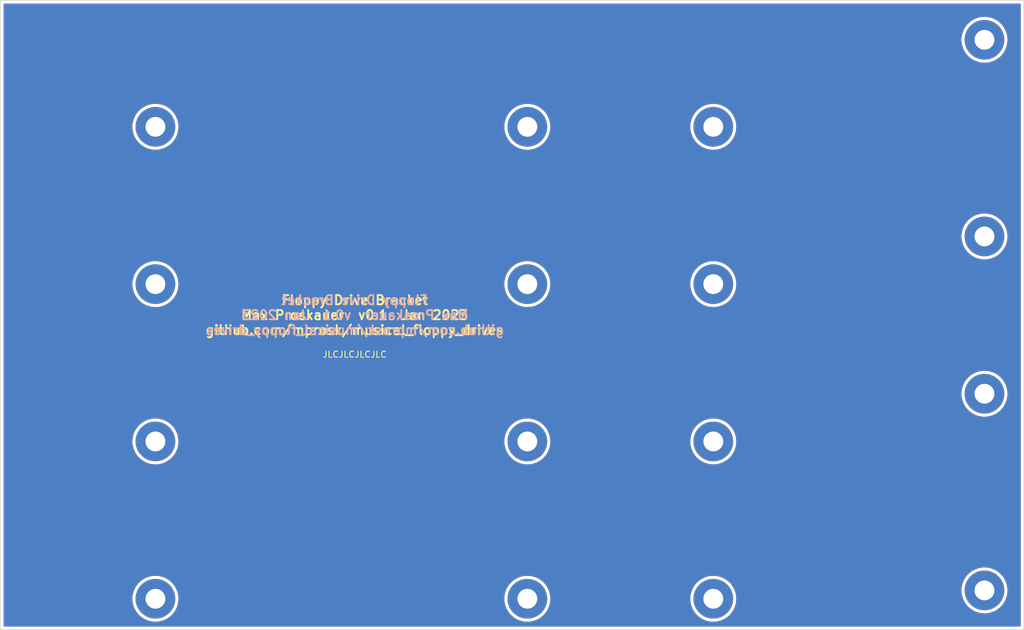
<source format=kicad_pcb>
(kicad_pcb (version 20211014) (generator pcbnew)
  (layers (0 "F.Cu" signal) (31 "B.Cu" signal) (34 "B.Paste" user) (35 "F.Paste" user) (36 "B.SilkS" user "B.Silkscreen") (37 "F.SilkS" user "F.Silkscreen") (38 "B.Mask" user) (39 "F.Mask" user) (44 "Edge.Cuts" user))
  (net 0 "")
  (footprint "MountingHole:MountingHole_3.2mm_M3_Pad" (layer "F.Cu") (at 161.2 71.2)
    (fp_text reference "H2" hide)
    (fp_text value "MountingHole" hide)
    (pad "1" thru_hole circle (at 0 0) (size 6.4 6.4) (drill 3.2) (layers *.Cu *.Mask))
  )
  (footprint "MountingHole:MountingHole_3.2mm_M3_Pad" (layer "F.Cu") (at 234.95 146.05)
    (fp_text reference "H16" hide)
    (fp_text value "MountingHole" hide)
    (pad "1" thru_hole circle (at 0 0) (size 6.4 6.4) (drill 3.2) (layers *.Cu *.Mask))
  )
  (footprint "MountingHole:MountingHole_3.2mm_M3_Pad" (layer "F.Cu") (at 161.2 147.4)
    (fp_text reference "H11" hide)
    (fp_text value "MountingHole" hide)
    (pad "1" thru_hole circle (at 0 0) (size 6.4 6.4) (drill 3.2) (layers *.Cu *.Mask))
  )
  (footprint "MountingHole:MountingHole_3.2mm_M3_Pad" (layer "F.Cu") (at 234.95 57.15)
    (fp_text reference "H13" hide)
    (fp_text value "MountingHole" hide)
    (pad "1" thru_hole circle (at 0 0) (size 6.4 6.4) (drill 3.2) (layers *.Cu *.Mask))
  )
  (footprint "MountingHole:MountingHole_3.2mm_M3_Pad" (layer "F.Cu") (at 191.2 96.6)
    (fp_text reference "H6" hide)
    (fp_text value "MountingHole" hide)
    (pad "1" thru_hole circle (at 0 0) (size 6.4 6.4) (drill 3.2) (layers *.Cu *.Mask))
  )
  (footprint "MountingHole:MountingHole_3.2mm_M3_Pad" (layer "F.Cu") (at 161.2 96.6)
    (fp_text reference "H5" hide)
    (fp_text value "MountingHole" hide)
    (pad "1" thru_hole circle (at 0 0) (size 6.4 6.4) (drill 3.2) (layers *.Cu *.Mask))
  )
  (footprint "MountingHole:MountingHole_3.2mm_M3_Pad" (layer "F.Cu") (at 101.2 147.4)
    (fp_text reference "H10" hide)
    (fp_text value "MountingHole" hide)
    (pad "1" thru_hole circle (at 0 0) (size 6.4 6.4) (drill 3.2) (layers *.Cu *.Mask))
  )
  (footprint "MountingHole:MountingHole_3.2mm_M3_Pad" (layer "F.Cu") (at 191.2 71.2)
    (fp_text reference "H3" hide)
    (fp_text value "MountingHole" hide)
    (pad "1" thru_hole circle (at 0 0) (size 6.4 6.4) (drill 3.2) (layers *.Cu *.Mask))
  )
  (footprint "MountingHole:MountingHole_3.2mm_M3_Pad" (layer "F.Cu") (at 101.2 122)
    (fp_text reference "H7" hide)
    (fp_text value "MountingHole" hide)
    (pad "1" thru_hole circle (at 0 0) (size 6.4 6.4) (drill 3.2) (layers *.Cu *.Mask))
  )
  (footprint "MountingHole:MountingHole_3.2mm_M3_Pad" (layer "F.Cu") (at 191.2 147.4)
    (fp_text reference "H12" hide)
    (fp_text value "MountingHole" hide)
    (pad "1" thru_hole circle (at 0 0) (size 6.4 6.4) (drill 3.2) (layers *.Cu *.Mask))
  )
  (footprint "MountingHole:MountingHole_3.2mm_M3_Pad" (layer "F.Cu") (at 161.2 122)
    (fp_text reference "H8" hide)
    (fp_text value "MountingHole" hide)
    (pad "1" thru_hole circle (at 0 0) (size 6.4 6.4) (drill 3.2) (layers *.Cu *.Mask))
  )
  (footprint "MountingHole:MountingHole_3.2mm_M3_Pad" (layer "F.Cu") (at 234.95 88.9)
    (fp_text reference "H15" hide)
    (fp_text value "MountingHole" hide)
    (pad "1" thru_hole circle (at 0 0) (size 6.4 6.4) (drill 3.2) (layers *.Cu *.Mask))
  )
  (footprint "MountingHole:MountingHole_3.2mm_M3_Pad" (layer "F.Cu") (at 101.2 96.6)
    (fp_text reference "H4" hide)
    (fp_text value "MountingHole" hide)
    (pad "1" thru_hole circle (at 0 0) (size 6.4 6.4) (drill 3.2) (layers *.Cu *.Mask))
  )
  (footprint "MountingHole:MountingHole_3.2mm_M3_Pad" (layer "F.Cu") (at 234.95 114.3)
    (fp_text reference "H14" hide)
    (fp_text value "MountingHole" hide)
    (pad "1" thru_hole circle (at 0 0) (size 6.4 6.4) (drill 3.2) (layers *.Cu *.Mask))
  )
  (footprint "MountingHole:MountingHole_3.2mm_M3_Pad" (layer "F.Cu") (at 191.2 122)
    (fp_text reference "H9" hide)
    (fp_text value "MountingHole" hide)
    (pad "1" thru_hole circle (at 0 0) (size 6.4 6.4) (drill 3.2) (layers *.Cu *.Mask))
  )
  (footprint "MountingHole:MountingHole_3.2mm_M3_Pad" (layer "F.Cu") (at 101.2 71.2)
    (fp_text reference "H1" hide)
    (fp_text value "MountingHole" hide)
    (pad "1" thru_hole circle (at 0 0) (size 6.4 6.4) (drill 3.2) (layers *.Cu *.Mask))
  )
  (gr_line (start 241.3 50.8) (end 76.2 50.8) (layer "Edge.Cuts") (width 0.1))
  (gr_line (start 76.2 152.4) (end 241.3 152.4) (layer "Edge.Cuts") (width 0.1))
  (gr_line (start 241.3 152.4) (end 241.3 50.8) (layer "Edge.Cuts") (width 0.1))
  (gr_line (start 76.2 50.8) (end 76.2 152.4) (layer "Edge.Cuts") (width 0.1))
  (gr_text "Floppy Drive Bracket\nMax Proskauer  v0.1  Jan 2023\ngithub.com/mprosk/musical_floppy_drives" (at 133.35 101.6) (layer "B.SilkS") (effects (font (size 1.5 1.5) (thickness 0.3)) (justify mirror)))
  (gr_text "Floppy Drive Bracket\nMax Proskauer  v0.1  Jan 2023\ngithub.com/mprosk/musical_floppy_drives" (at 133.35 101.6) (layer "F.SilkS") (effects (font (size 1.5 1.5) (thickness 0.3))))
  (gr_text "JLCJLCJLCJLC" (at 133.35 107.95) (layer "F.SilkS") (effects (font (size 1 1))))
  (zone (net 0) (net_name "") (layers F&B.Cu) (connect_pads (clearance 0.508)) (min_thickness 0.254) (fill yes (thermal_gap 0.508) (thermal_bridge_width 0.508))
    (polygon (pts (xy 241.3 152.4) (xy 76.2 152.4) (xy 76.2 50.8) (xy 241.3 50.8)))
  )
)
</source>
